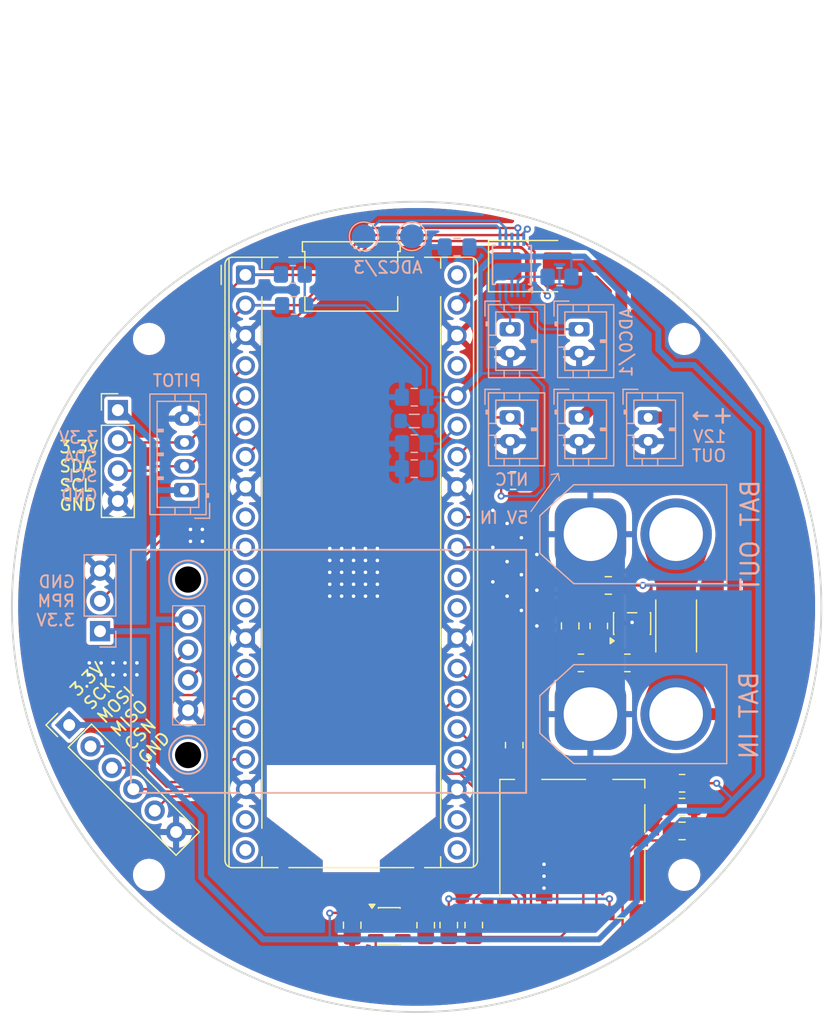
<source format=kicad_pcb>
(kicad_pcb
	(version 20241229)
	(generator "pcbnew")
	(generator_version "9.0")
	(general
		(thickness 1.6)
		(legacy_teardrops no)
	)
	(paper "A4")
	(layers
		(0 "F.Cu" signal)
		(2 "B.Cu" signal)
		(9 "F.Adhes" user "F.Adhesive")
		(11 "B.Adhes" user "B.Adhesive")
		(13 "F.Paste" user)
		(15 "B.Paste" user)
		(5 "F.SilkS" user "F.Silkscreen")
		(7 "B.SilkS" user "B.Silkscreen")
		(1 "F.Mask" user)
		(3 "B.Mask" user)
		(17 "Dwgs.User" user "User.Drawings")
		(19 "Cmts.User" user "User.Comments")
		(21 "Eco1.User" user "User.Eco1")
		(23 "Eco2.User" user "User.Eco2")
		(25 "Edge.Cuts" user)
		(27 "Margin" user)
		(31 "F.CrtYd" user "F.Courtyard")
		(29 "B.CrtYd" user "B.Courtyard")
		(35 "F.Fab" user)
		(33 "B.Fab" user)
		(39 "User.1" user)
		(41 "User.2" user)
		(43 "User.3" user)
		(45 "User.4" user)
	)
	(setup
		(pad_to_mask_clearance 0)
		(allow_soldermask_bridges_in_footprints no)
		(tenting front back)
		(grid_origin 134.95 93.5)
		(pcbplotparams
			(layerselection 0x00000000_00000000_55555555_5755f5ff)
			(plot_on_all_layers_selection 0x00000000_00000000_00000000_00000000)
			(disableapertmacros no)
			(usegerberextensions no)
			(usegerberattributes yes)
			(usegerberadvancedattributes yes)
			(creategerberjobfile yes)
			(dashed_line_dash_ratio 12.000000)
			(dashed_line_gap_ratio 3.000000)
			(svgprecision 4)
			(plotframeref no)
			(mode 1)
			(useauxorigin no)
			(hpglpennumber 1)
			(hpglpenspeed 20)
			(hpglpendiameter 15.000000)
			(pdf_front_fp_property_popups yes)
			(pdf_back_fp_property_popups yes)
			(pdf_metadata yes)
			(pdf_single_document no)
			(dxfpolygonmode yes)
			(dxfimperialunits yes)
			(dxfusepcbnewfont yes)
			(psnegative no)
			(psa4output no)
			(plot_black_and_white yes)
			(sketchpadsonfab no)
			(plotpadnumbers no)
			(hidednponfab no)
			(sketchdnponfab yes)
			(crossoutdnponfab yes)
			(subtractmaskfromsilk no)
			(outputformat 1)
			(mirror no)
			(drillshape 1)
			(scaleselection 1)
			(outputdirectory "")
		)
	)
	(net 0 "")
	(net 1 "/ISENSE_ADC")
	(net 2 "/SCL")
	(net 3 "/ADC_RDY")
	(net 4 "GND")
	(net 5 "unconnected-(A1-VBUS-Pad40)")
	(net 6 "Net-(A1-VSYS)")
	(net 7 "unconnected-(A1-GPIO8-Pad11)")
	(net 8 "/NTC_ADC")
	(net 9 "unconnected-(A1-GPIO15-Pad20)")
	(net 10 "/SD_MOSI")
	(net 11 "/VBAT_ADC")
	(net 12 "/SPI1_MISO")
	(net 13 "/UART0_RX")
	(net 14 "+3.3V")
	(net 15 "/SD_CLK")
	(net 16 "unconnected-(A1-GPIO6-Pad9)")
	(net 17 "/LC_SCK")
	(net 18 "unconnected-(A1-GPIO9-Pad12)")
	(net 19 "/UART0_TX")
	(net 20 "unconnected-(A1-GPIO7-Pad10)")
	(net 21 "/RPM")
	(net 22 "/SPI1_SCK")
	(net 23 "/SD_MISO")
	(net 24 "unconnected-(A1-GPIO14-Pad19)")
	(net 25 "unconnected-(A1-3V3_EN-Pad37)")
	(net 26 "/SDA")
	(net 27 "VDDA")
	(net 28 "unconnected-(A1-RUN-Pad30)")
	(net 29 "/SD_CS")
	(net 30 "/SPI1_MOSI")
	(net 31 "unconnected-(A1-GPIO22-Pad29)")
	(net 32 "/SPI1_CSN")
	(net 33 "/LC_DT")
	(net 34 "/DET_B")
	(net 35 "+5V")
	(net 36 "+12V")
	(net 37 "Net-(J10-SHIELD)")
	(net 38 "/DET_A")
	(net 39 "Net-(J10-VDD)")
	(net 40 "Net-(J10-DAT1)")
	(net 41 "Net-(J10-DAT2)")
	(net 42 "Net-(R4-Pad1)")
	(net 43 "Net-(U2-QOD)")
	(net 44 "unconnected-(U2-CT-Pad4)")
	(net 45 "/BOUT_P")
	(net 46 "Net-(J11-Pin_1)")
	(net 47 "Net-(J12-Pin_1)")
	(net 48 "Net-(U4-AIN2)")
	(net 49 "Net-(U4-AIN3)")
	(footprint "MountingHole:MountingHole_2.2mm_M2_ISO7380" (layer "F.Cu") (at 157.435996 115.985996))
	(footprint "Resistor_SMD:R_2512_6332Metric_Pad1.40x3.35mm_HandSolder" (layer "F.Cu") (at 156.75 95.1 -90))
	(footprint "Resistor_SMD:R_0805_2012Metric_Pad1.20x1.40mm_HandSolder" (layer "F.Cu") (at 143.15 105.1 90))
	(footprint "Resistor_SMD:R_0805_2012Metric_Pad1.20x1.40mm_HandSolder" (layer "F.Cu") (at 150.249999 95.1 90))
	(footprint "Resistor_SMD:R_0805_2012Metric_Pad1.20x1.40mm_HandSolder" (layer "F.Cu") (at 137.65 120.2 90))
	(footprint "MountingHole:MountingHole_2.2mm_M2_ISO7380" (layer "F.Cu") (at 112.464004 115.985996))
	(footprint "Resistor_SMD:R_0805_2012Metric_Pad1.20x1.40mm_HandSolder" (layer "F.Cu") (at 152.649999 98.2 180))
	(footprint "Connector_PinHeader_2.54mm:PinHeader_1x04_P2.54mm_Vertical" (layer "F.Cu") (at 109.85 76.99))
	(footprint "Diode_SMD:D_SMB" (layer "F.Cu") (at 144.65 64.9))
	(footprint "Resistor_SMD:R_0805_2012Metric_Pad1.20x1.40mm_HandSolder" (layer "F.Cu") (at 157.25 110.3))
	(footprint "Connector_PinHeader_2.54mm:PinHeader_1x06_P2.54mm_Vertical" (layer "F.Cu") (at 105.761846 103.411846 45))
	(footprint "Module:RaspberryPi_Pico_Common_THT" (layer "F.Cu") (at 120.57 65.64))
	(footprint "Capacitor_SMD:C_0805_2012Metric_Pad1.18x1.45mm_HandSolder" (layer "F.Cu") (at 151.049999 91.7 180))
	(footprint "MountingHole:MountingHole_2.2mm_M2_ISO7380" (layer "F.Cu") (at 157.435996 71.014004))
	(footprint "MountingHole:MountingHole_2.2mm_M2_ISO7380" (layer "F.Cu") (at 112.464004 71.014004))
	(footprint "Package_TO_SOT_SMD:SOT-23-5" (layer "F.Cu") (at 153.049999 94.9 90))
	(footprint "Package_TO_SOT_SMD:SOT-23-6" (layer "F.Cu") (at 132.65 120.3))
	(footprint "Capacitor_SMD:C_0805_2012Metric_Pad1.18x1.45mm_HandSolder" (layer "F.Cu") (at 147.849999 95.1 90))
	(footprint "Resistor_SMD:R_0805_2012Metric_Pad1.20x1.40mm_HandSolder" (layer "F.Cu") (at 139.75 120.2 90))
	(footprint "Connector_Card:microSD_HC_Molex_104031-0811" (layer "F.Cu") (at 148.05 113.8 180))
	(footprint "Resistor_SMD:R_0805_2012Metric_Pad1.20x1.40mm_HandSolder" (layer "F.Cu") (at 148.749999 98.2 180))
	(footprint "Capacitor_SMD:C_0805_2012Metric_Pad1.18x1.45mm_HandSolder" (layer "F.Cu") (at 157.25 112.3))
	(footprint "Capacitor_SMD:C_0805_2012Metric_Pad1.18x1.45mm_HandSolder" (layer "F.Cu") (at 129.5375 120.2125 -90))
	(footprint "Resistor_SMD:R_0805_2012Metric_Pad1.20x1.40mm_HandSolder" (layer "F.Cu") (at 157.25 108.3 180))
	(footprint "Resistor_SMD:R_0805_2012Metric_Pad1.20x1.40mm_HandSolder" (layer "F.Cu") (at 143.05 82.9))
	(footprint "Resistor_SMD:R_0805_2012Metric_Pad1.20x1.40mm_HandSolder" (layer "F.Cu") (at 135.7125 120.2125 -90))
	(footprint "Connector_JST:JST_PH_B2B-PH-K_1x02_P2.00mm_Vertical" (layer "B.Cu") (at 142.8 70.2 -90))
	(footprint "Resistor_SMD:R_0805_2012Metric_Pad1.20x1.40mm_HandSolder" (layer "B.Cu") (at 146.95 65.8 180))
	(footprint "Inductor_SMD:L_0805_2012Metric_Pad1.05x1.20mm_HandSolder" (layer "B.Cu") (at 134.75 77.9))
	(footprint "Connector_JST:JST_PH_B2B-PH-K_1x02_P2.00mm_Vertical" (layer "B.Cu") (at 154.4 77.6 -90))
	(footprint "Connector_JST:JST_PH_B2B-PH-K_1x02_P2.00mm_Vertical" (layer "B.Cu") (at 148.6 70.2 -90))
	(footprint "HX711Module:HX711_Module_NoAnalog" (layer "B.Cu") (at 127.55 98.907))
	(footprint "Connector_AMASS:AMASS_XT60-F_1x02_P7.20mm_Vertical" (layer "B.Cu") (at 149.549999 87.4))
	(footprint "Connector_AMASS:AMASS_XT60-F_1x02_P7.20mm_Vertical" (layer "B.Cu") (at 149.550001 102.5))
	(footprint "Resistor_SMD:R_0805_2012Metric_Pad1.20x1.40mm_HandSolder" (layer "B.Cu") (at 124.55 65.6 180))
	(footprint "Connector_JST:JST_PH_B2B-PH-K_1x02_P2.00mm_Vertical" (layer "B.Cu") (at 148.6 77.6 -90))
	(footprint "Package_SO:TSSOP-10_3x3mm_P0.5mm" (layer "B.Cu") (at 142.95 64.8 90))
	(footprint "TestPoint:TestPoint_Pad_D2.0mm" (layer "B.Cu") (at 130.5 62.4 -90))
	(footprint "Capacitor_SMD:C_0805_2012Metric_Pad1.18x1.45mm_HandSolder"
		(layer "B.Cu")
		(uuid "91e13066-04a9-4016-9626-17e27598f0eb")
		(at 138.35 63.3 180)
		(descr "Capacitor SMD 0805 (2012 Metric), square (rectangular) end terminal, IPC-7351 nominal with elongated pad for handsoldering. (Body size source: IPC-SM-782 page 76, https://www.pcb-3d.com/wordpress/wp-content/uploads/ipc-sm-782a_amendment_1_and_2.pdf, https://docs.google.com/spreadsheets/d/1BsfQQcO9C6DZCsRaXUlFlo91Tg2WpOkGARC1WS5S8t0/edit?usp=sharing), generated with kicad-footprint-generator")
		(tags "capacitor handsolder")
		(property "Reference" "C8"
			(at 0 1.68 0)
			(layer "B.SilkS")
			(hide yes)
			(uuid "31294900-8fe7-4a8f-9682-dc6629e3dd66")
			(effects
				(font
					(size 1 1)
					(thickness 0.15)
				)
				(justify mirror)
			)
		)
		(property "Value" "100n"
			(at 0 -1.68 0)
			(layer "B.Fab")
			(uuid "30c2ce2f-88b7-4b33-81d5-b9b390038985")
			(effects
				(font
					(size 1 1)
					(thickness 0.15)
				)
				(justify mirror)
			)
		)
		(property "Datasheet" "~"
			(at 0 0 0)
			(layer "B.Fab")
			(hide yes)
			(uuid "3ef2081a-d92e-47bf-8e08-ef425aedb3e8")
			(effects
				(font
					(size 1.27 1.27)
					(thickness 0.15)
				)
				(justify mirror)
			)
		)
		(property "Description" "Unpolarized capacitor, small symbol"
			(at 0 0 0)
			(layer "B.Fab")
			(hide yes)
			(uuid "9b11e564-980d-4b6b-a257-30a7e577e5a2")
			(effects
				(font
					(size 1.27 1.27)
					(thickness 0.15)
				)
				(justify mirror)
			)
		)
		(property ki_fp_filters "C_*")
		(path "/7be71a2c-2c86-4137-9e1c-1d1cf2580657")
		(sheetname "/")
		(sheetfile "scheda_banco_prova.kicad_sch")
		(attr smd)
		(fp_line
			(start -0.261252 0.735)
			(end 0.261252 0.735)
			(stroke
				(width 0.12)
				(type solid)
			)
			(layer "B.SilkS")
			(uuid "66d61ef1-fcd7-43aa-ab06-01cf63e3cba4")
		)
		(fp_line
			(start -0.261252 -0.735)
			(end 0.261252 -0.735)
			(stroke
				(width 0.12)
				(type solid)
			)
			(layer "B.SilkS")
			(uuid "3fba757d-5efe-4c72-a657-e561ade65f48")
		)
		(fp_rect
			(start -1.88 0.98)
			(end 1.88 -0.98)
			(stroke
				(width 0.05)
				(type solid)
			)
			(fill no)
			(layer "B.CrtYd")
			(uuid "54037e06-0e87-4648-b0ed-7bcee4c39b89")
		)
		(fp_rect
			(start -1 0.625)
			(end 1 -0.625)
			(stroke
				(width 0.1)
				(type solid)
			)
			(fill no)
			(layer "B.Fab")
			(uuid "bcc484f9-7157-4eac-8f9a-3c16af98d748")
		)
		(fp_text user "${REFERENCE}"
			(at 0 0 0)
			(layer "B.Fab")
			(uuid "f26fdcf3-a735-4f0e-bb28-3a7b6fe9e0c8")
			(effects
				(font
					(size 0.5 0.5)
					(thickness 0.08)
				)
				(justify mirror)
	
... [495182 chars truncated]
</source>
